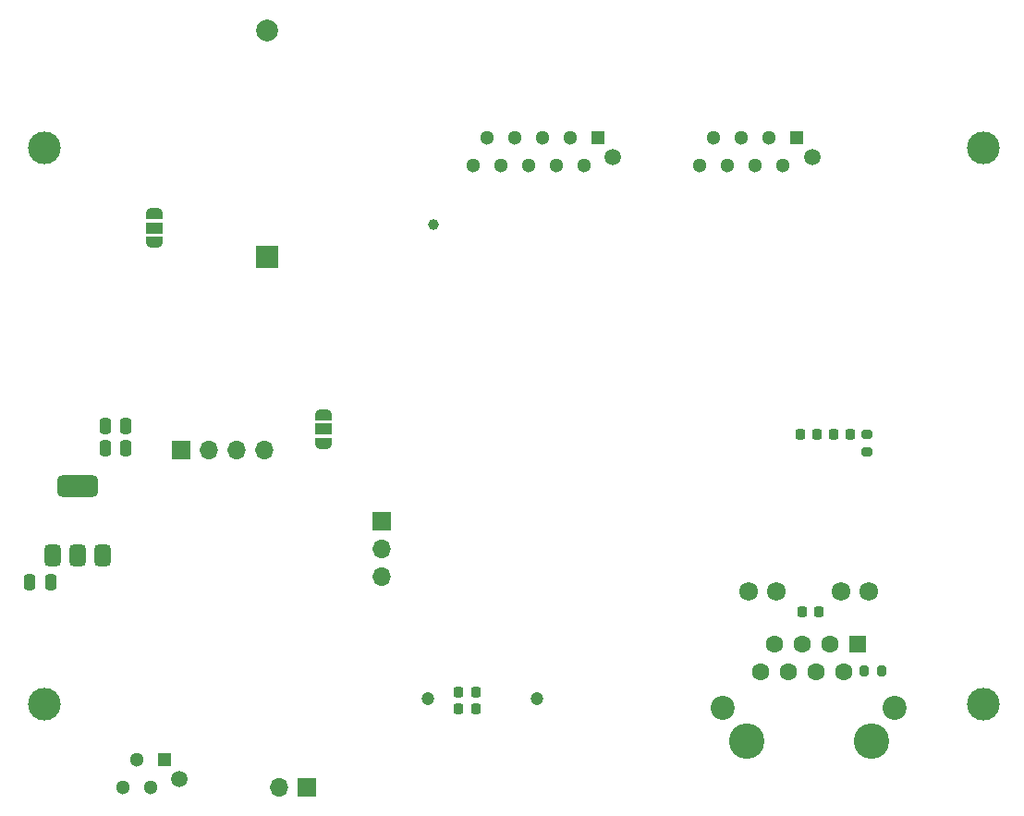
<source format=gbs>
G04 #@! TF.GenerationSoftware,KiCad,Pcbnew,8.0.9*
G04 #@! TF.CreationDate,2025-05-18T21:41:49+02:00*
G04 #@! TF.ProjectId,sensor-hub,73656e73-6f72-42d6-9875-622e6b696361,rev?*
G04 #@! TF.SameCoordinates,Original*
G04 #@! TF.FileFunction,Soldermask,Bot*
G04 #@! TF.FilePolarity,Negative*
%FSLAX46Y46*%
G04 Gerber Fmt 4.6, Leading zero omitted, Abs format (unit mm)*
G04 Created by KiCad (PCBNEW 8.0.9) date 2025-05-18 21:41:49*
%MOMM*%
%LPD*%
G01*
G04 APERTURE LIST*
G04 Aperture macros list*
%AMRoundRect*
0 Rectangle with rounded corners*
0 $1 Rounding radius*
0 $2 $3 $4 $5 $6 $7 $8 $9 X,Y pos of 4 corners*
0 Add a 4 corners polygon primitive as box body*
4,1,4,$2,$3,$4,$5,$6,$7,$8,$9,$2,$3,0*
0 Add four circle primitives for the rounded corners*
1,1,$1+$1,$2,$3*
1,1,$1+$1,$4,$5*
1,1,$1+$1,$6,$7*
1,1,$1+$1,$8,$9*
0 Add four rect primitives between the rounded corners*
20,1,$1+$1,$2,$3,$4,$5,0*
20,1,$1+$1,$4,$5,$6,$7,0*
20,1,$1+$1,$6,$7,$8,$9,0*
20,1,$1+$1,$8,$9,$2,$3,0*%
%AMFreePoly0*
4,1,19,0.550000,-0.750000,0.000000,-0.750000,0.000000,-0.744911,-0.071157,-0.744911,-0.207708,-0.704816,-0.327430,-0.627875,-0.420627,-0.520320,-0.479746,-0.390866,-0.500000,-0.250000,-0.500000,0.250000,-0.479746,0.390866,-0.420627,0.520320,-0.327430,0.627875,-0.207708,0.704816,-0.071157,0.744911,0.000000,0.744911,0.000000,0.750000,0.550000,0.750000,0.550000,-0.750000,0.550000,-0.750000,
$1*%
%AMFreePoly1*
4,1,19,0.000000,0.744911,0.071157,0.744911,0.207708,0.704816,0.327430,0.627875,0.420627,0.520320,0.479746,0.390866,0.500000,0.250000,0.500000,-0.250000,0.479746,-0.390866,0.420627,-0.520320,0.327430,-0.627875,0.207708,-0.704816,0.071157,-0.744911,0.000000,-0.744911,0.000000,-0.750000,-0.550000,-0.750000,-0.550000,0.750000,0.000000,0.750000,0.000000,0.744911,0.000000,0.744911,
$1*%
G04 Aperture macros list end*
%ADD10C,1.500000*%
%ADD11R,1.300000X1.300000*%
%ADD12C,1.300000*%
%ADD13C,3.250000*%
%ADD14RoundRect,0.248000X-0.552000X-0.552000X0.552000X-0.552000X0.552000X0.552000X-0.552000X0.552000X0*%
%ADD15C,1.600000*%
%ADD16C,1.720000*%
%ADD17C,2.200000*%
%ADD18R,1.700000X1.700000*%
%ADD19O,1.700000X1.700000*%
%ADD20R,2.000000X2.000000*%
%ADD21C,2.000000*%
%ADD22C,3.000000*%
%ADD23C,1.200000*%
%ADD24RoundRect,0.225000X-0.225000X-0.250000X0.225000X-0.250000X0.225000X0.250000X-0.225000X0.250000X0*%
%ADD25RoundRect,0.225000X0.225000X0.250000X-0.225000X0.250000X-0.225000X-0.250000X0.225000X-0.250000X0*%
%ADD26RoundRect,0.200000X-0.200000X-0.275000X0.200000X-0.275000X0.200000X0.275000X-0.200000X0.275000X0*%
%ADD27RoundRect,0.375000X0.375000X-0.625000X0.375000X0.625000X-0.375000X0.625000X-0.375000X-0.625000X0*%
%ADD28RoundRect,0.500000X1.400000X-0.500000X1.400000X0.500000X-1.400000X0.500000X-1.400000X-0.500000X0*%
%ADD29RoundRect,0.250000X-0.250000X-0.475000X0.250000X-0.475000X0.250000X0.475000X-0.250000X0.475000X0*%
%ADD30FreePoly0,270.000000*%
%ADD31R,1.500000X1.000000*%
%ADD32FreePoly1,270.000000*%
%ADD33FreePoly0,90.000000*%
%ADD34FreePoly1,90.000000*%
%ADD35RoundRect,0.250000X0.250000X0.475000X-0.250000X0.475000X-0.250000X-0.475000X0.250000X-0.475000X0*%
%ADD36RoundRect,0.200000X-0.275000X0.200000X-0.275000X-0.200000X0.275000X-0.200000X0.275000X0.200000X0*%
%ADD37C,1.000000*%
G04 APERTURE END LIST*
D10*
X102085000Y-74910000D03*
D11*
X100685000Y-73110000D03*
D12*
X99415000Y-75650000D03*
X98145000Y-73110000D03*
X96875000Y-75650000D03*
X95605000Y-73110000D03*
X94335000Y-75650000D03*
X93065000Y-73110000D03*
X91795000Y-75650000D03*
X90525000Y-73110000D03*
X89255000Y-75650000D03*
D10*
X62375000Y-131875000D03*
D11*
X60975000Y-130075000D03*
D12*
X59705000Y-132615000D03*
X58435000Y-130075000D03*
X57165000Y-132615000D03*
D13*
X125715000Y-128390000D03*
X114285000Y-128390000D03*
D14*
X124445000Y-119500000D03*
D15*
X123175000Y-122040000D03*
X121905000Y-119500000D03*
X120635000Y-122040000D03*
X119365000Y-119500000D03*
X118095000Y-122040000D03*
X116825000Y-119500000D03*
X115555000Y-122040000D03*
D16*
X125465000Y-114670000D03*
X122925000Y-114670000D03*
X117075000Y-114670000D03*
X114535000Y-114670000D03*
D17*
X127900000Y-125340000D03*
X112100000Y-125340000D03*
D18*
X80875000Y-108260000D03*
D19*
X80875000Y-110800000D03*
X80875000Y-113340000D03*
D20*
X70400000Y-84057455D03*
D21*
X70400000Y-63257455D03*
D22*
X50000000Y-74000000D03*
X136000000Y-74000000D03*
X50000000Y-125000000D03*
D18*
X73990000Y-132625000D03*
D19*
X71450000Y-132625000D03*
D23*
X95125000Y-124500000D03*
X85125000Y-124500000D03*
D10*
X120340000Y-74922500D03*
D11*
X118940000Y-73122500D03*
D12*
X117670000Y-75662500D03*
X116400000Y-73122500D03*
X115130000Y-75662500D03*
X113860000Y-73122500D03*
X112590000Y-75662500D03*
X111320000Y-73122500D03*
X110050000Y-75662500D03*
D22*
X136000000Y-125000000D03*
D18*
X62485000Y-101700000D03*
D19*
X65025000Y-101700000D03*
X67565000Y-101700000D03*
X70105000Y-101700000D03*
D24*
X119400000Y-116550000D03*
X120950000Y-116550000D03*
D25*
X89500000Y-123875000D03*
X87950000Y-123875000D03*
D26*
X125075000Y-122000000D03*
X126725000Y-122000000D03*
D24*
X122262500Y-100300000D03*
X123812500Y-100300000D03*
D27*
X55300000Y-111350000D03*
X53000000Y-111350000D03*
D28*
X53000000Y-105050000D03*
D27*
X50700000Y-111350000D03*
D29*
X55550000Y-101600000D03*
X57450000Y-101600000D03*
D30*
X60050000Y-80075000D03*
D31*
X60050000Y-81375000D03*
D32*
X60050000Y-82675000D03*
D25*
X120762500Y-100300000D03*
X119212500Y-100300000D03*
D33*
X75570000Y-101120000D03*
D31*
X75570000Y-99820000D03*
D34*
X75570000Y-98520000D03*
D29*
X55550000Y-99550000D03*
X57450000Y-99550000D03*
D35*
X50550000Y-113800000D03*
X48650000Y-113800000D03*
D25*
X89500000Y-125400000D03*
X87950000Y-125400000D03*
D36*
X125312500Y-100250000D03*
X125312500Y-101900000D03*
D37*
X85600000Y-81050000D03*
M02*

</source>
